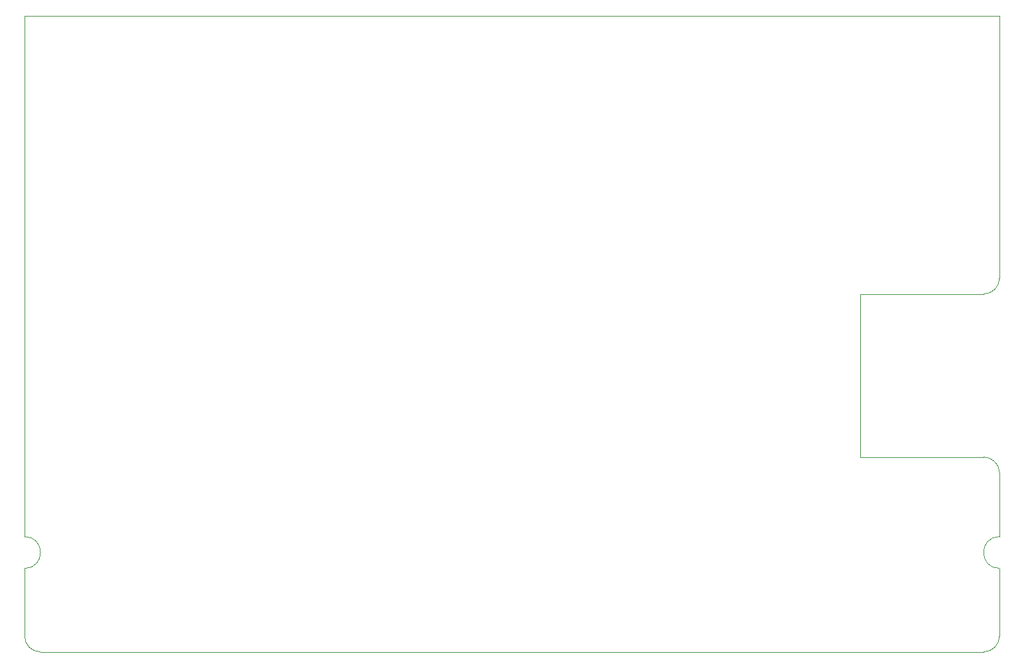
<source format=gbr>
G04 #@! TF.GenerationSoftware,KiCad,Pcbnew,(5.1.4)-1*
G04 #@! TF.CreationDate,2019-11-21T10:54:44-06:00*
G04 #@! TF.ProjectId,SRA_Sensor_Board,5352415f-5365-46e7-936f-725f426f6172,rev?*
G04 #@! TF.SameCoordinates,Original*
G04 #@! TF.FileFunction,Profile,NP*
%FSLAX46Y46*%
G04 Gerber Fmt 4.6, Leading zero omitted, Abs format (unit mm)*
G04 Created by KiCad (PCBNEW (5.1.4)-1) date 2019-11-21 10:54:44*
%MOMM*%
%LPD*%
G04 APERTURE LIST*
%ADD10C,0.050000*%
G04 APERTURE END LIST*
D10*
X186690000Y-117094000D02*
G75*
G02X184658000Y-119126000I-2032000J0D01*
G01*
X186690000Y-108458000D02*
X186690000Y-117094000D01*
X186690000Y-108458000D02*
G75*
G02X186690000Y-104394000I0J2032000D01*
G01*
X186690000Y-96266000D02*
X186690000Y-104394000D01*
X184658000Y-94234000D02*
G75*
G02X186690000Y-96266000I0J-2032000D01*
G01*
X168910000Y-94234000D02*
X184658000Y-94234000D01*
X168910000Y-73406000D02*
X168910000Y-94234000D01*
X184658000Y-73406000D02*
X168910000Y-73406000D01*
X186690000Y-71374000D02*
G75*
G02X184658000Y-73406000I-2032000J0D01*
G01*
X186690000Y-37846000D02*
X186690000Y-71374000D01*
X62230000Y-37846000D02*
X186690000Y-37846000D01*
X62230000Y-104394000D02*
X62230000Y-37846000D01*
X62230000Y-104394000D02*
G75*
G02X62230000Y-108458000I0J-2032000D01*
G01*
X62230000Y-117094000D02*
X62230000Y-108458000D01*
X64262000Y-119126000D02*
G75*
G02X62230000Y-117094000I0J2032000D01*
G01*
X184658000Y-119126000D02*
X64262000Y-119126000D01*
M02*

</source>
